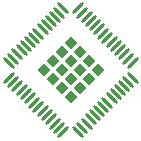
<source format=gtp>
G04 #@! TF.GenerationSoftware,KiCad,Pcbnew,9.0.6*
G04 #@! TF.CreationDate,2026-01-08T14:27:29-06:00*
G04 #@! TF.ProjectId,QFN-56_8x8_P0.5,51464e2d-3536-45f3-9878-385f50302e35,rev?*
G04 #@! TF.SameCoordinates,Original*
G04 #@! TF.FileFunction,Paste,Top*
G04 #@! TF.FilePolarity,Positive*
%FSLAX46Y46*%
G04 Gerber Fmt 4.6, Leading zero omitted, Abs format (unit mm)*
G04 Created by KiCad (PCBNEW 9.0.6) date 2026-01-08 14:27:29*
%MOMM*%
%LPD*%
G01*
G04 APERTURE LIST*
G04 Aperture macros list*
%AMRoundRect*
0 Rectangle with rounded corners*
0 $1 Rounding radius*
0 $2 $3 $4 $5 $6 $7 $8 $9 X,Y pos of 4 corners*
0 Add a 4 corners polygon primitive as box body*
4,1,4,$2,$3,$4,$5,$6,$7,$8,$9,$2,$3,0*
0 Add four circle primitives for the rounded corners*
1,1,$1+$1,$2,$3*
1,1,$1+$1,$4,$5*
1,1,$1+$1,$6,$7*
1,1,$1+$1,$8,$9*
0 Add four rect primitives between the rounded corners*
20,1,$1+$1,$2,$3,$4,$5,0*
20,1,$1+$1,$4,$5,$6,$7,0*
20,1,$1+$1,$6,$7,$8,$9,0*
20,1,$1+$1,$8,$9,$2,$3,0*%
G04 Aperture macros list end*
%ADD10RoundRect,0.062500X-0.424264X0.335876X0.335876X-0.424264X0.424264X-0.335876X-0.335876X0.424264X0*%
%ADD11RoundRect,0.207500X-0.293449X0.000000X0.000000X-0.293449X0.293449X0.000000X0.000000X0.293449X0*%
%ADD12RoundRect,0.062500X-0.424264X-0.335876X-0.335876X-0.424264X0.424264X0.335876X0.335876X0.424264X0*%
G04 APERTURE END LIST*
D10*
X137802443Y-116696249D03*
D11*
X138430000Y-119628974D03*
X137666325Y-120392649D03*
X136902649Y-121156325D03*
X136138974Y-121920000D03*
X139193675Y-120392649D03*
X138430000Y-121156325D03*
X137666325Y-121920000D03*
X136902649Y-122683675D03*
X139957351Y-121156325D03*
X139193675Y-121920000D03*
X138430000Y-122683675D03*
X137666325Y-123447351D03*
X140721026Y-121920000D03*
X139957351Y-122683675D03*
X139193675Y-123447351D03*
X138430000Y-124211026D03*
D10*
X137448889Y-117049802D03*
X137095336Y-117403355D03*
X136741783Y-117756909D03*
X136388230Y-118110463D03*
X136034676Y-118464016D03*
X135681122Y-118817569D03*
X135327569Y-119171122D03*
X134974016Y-119524676D03*
X134620463Y-119878230D03*
X134266909Y-120231783D03*
X133913355Y-120585336D03*
X133559802Y-120938889D03*
X133206249Y-121292443D03*
D12*
X133206249Y-122547557D03*
X133559802Y-122901111D03*
X133913355Y-123254664D03*
X134266909Y-123608217D03*
X134620463Y-123961770D03*
X134974016Y-124315324D03*
X135327569Y-124668878D03*
X135681122Y-125022431D03*
X136034676Y-125375984D03*
X136388230Y-125729537D03*
X136741783Y-126083091D03*
X137095336Y-126436645D03*
X137448889Y-126790198D03*
X137802443Y-127143751D03*
D10*
X139057557Y-127143751D03*
X139411111Y-126790198D03*
X139764664Y-126436645D03*
X140118217Y-126083091D03*
X140471770Y-125729537D03*
X140825324Y-125375984D03*
X141178878Y-125022431D03*
X141532431Y-124668878D03*
X141885984Y-124315324D03*
X142239537Y-123961770D03*
X142593091Y-123608217D03*
X142946645Y-123254664D03*
X143300198Y-122901111D03*
X143653751Y-122547557D03*
D12*
X143653751Y-121292443D03*
X143300198Y-120938889D03*
X142946645Y-120585336D03*
X142593091Y-120231783D03*
X142239537Y-119878230D03*
X141885984Y-119524676D03*
X141532431Y-119171122D03*
X141178878Y-118817569D03*
X140825324Y-118464016D03*
X140471770Y-118110463D03*
X140118217Y-117756909D03*
X139764664Y-117403355D03*
X139411111Y-117049802D03*
X139057557Y-116696249D03*
M02*

</source>
